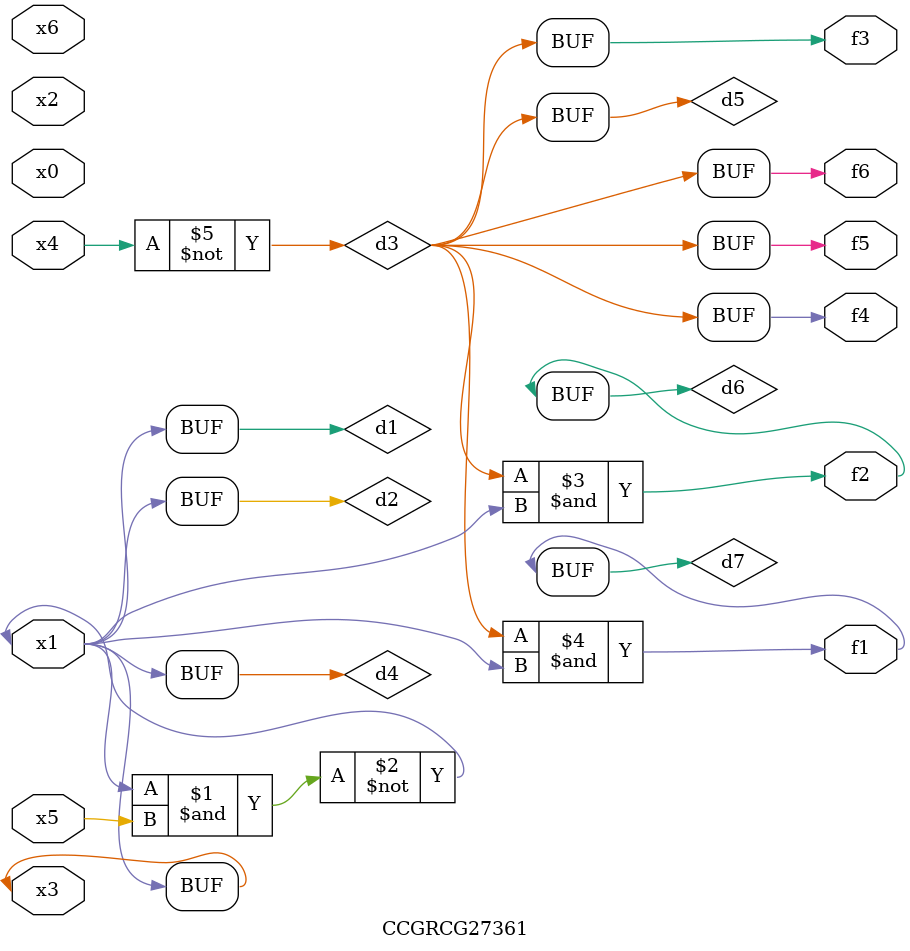
<source format=v>
module CCGRCG27361(
	input x0, x1, x2, x3, x4, x5, x6,
	output f1, f2, f3, f4, f5, f6
);

	wire d1, d2, d3, d4, d5, d6, d7;

	buf (d1, x1, x3);
	nand (d2, x1, x5);
	not (d3, x4);
	buf (d4, d1, d2);
	buf (d5, d3);
	and (d6, d3, d4);
	and (d7, d3, d4);
	assign f1 = d7;
	assign f2 = d6;
	assign f3 = d5;
	assign f4 = d5;
	assign f5 = d5;
	assign f6 = d5;
endmodule

</source>
